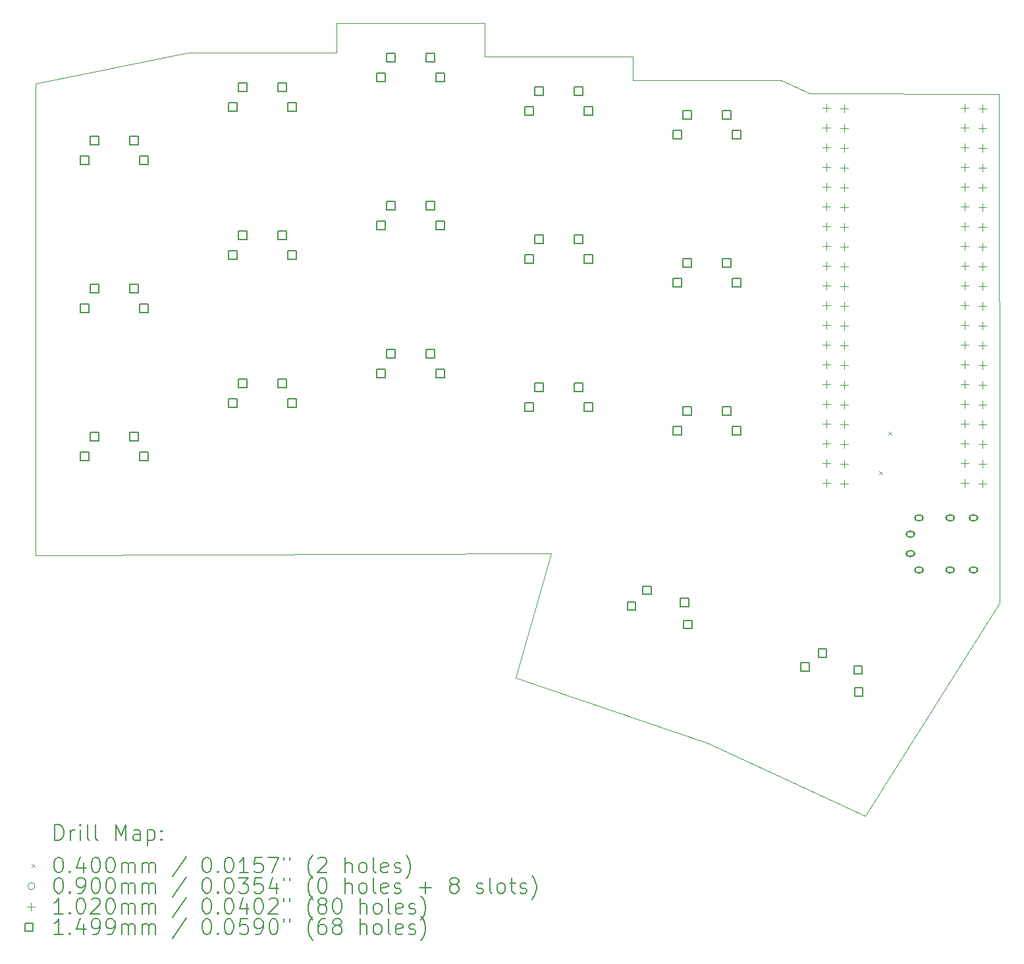
<source format=gbr>
%FSLAX45Y45*%
G04 Gerber Fmt 4.5, Leading zero omitted, Abs format (unit mm)*
G04 Created by KiCad (PCBNEW (6.0.4)) date 2022-11-15 10:20:31*
%MOMM*%
%LPD*%
G01*
G04 APERTURE LIST*
%TA.AperFunction,Profile*%
%ADD10C,0.100000*%
%TD*%
%ADD11C,0.200000*%
%ADD12C,0.040000*%
%ADD13C,0.090000*%
%ADD14C,0.102000*%
%ADD15C,0.149860*%
G04 APERTURE END LIST*
D10*
X12010894Y-13568238D02*
X14474694Y-14406438D01*
X11617094Y-5148238D02*
X9712094Y-5149238D01*
X9712094Y-5149238D02*
X9711094Y-5528238D01*
X18228094Y-6058238D02*
X18233894Y-11358438D01*
X11618094Y-5579238D02*
X11617094Y-5148238D01*
X15795494Y-6049838D02*
X15429094Y-5884238D01*
X18233894Y-12603038D02*
X18233894Y-11358438D01*
X13523094Y-5581238D02*
X11618094Y-5579238D01*
X9711094Y-5528238D02*
X7807094Y-5529238D01*
X13521094Y-5883238D02*
X13523094Y-5581238D01*
X14474694Y-14406438D02*
X16506694Y-15346238D01*
X16506694Y-15346238D02*
X18233894Y-12603038D01*
X7807094Y-5529238D02*
X5838694Y-5922838D01*
X5838694Y-11993438D02*
X12468094Y-11968038D01*
X5838694Y-5922838D02*
X5838694Y-11993438D01*
X15429094Y-5884238D02*
X13521094Y-5883238D01*
X12468094Y-11968038D02*
X12010894Y-13568238D01*
X15795494Y-6049838D02*
X18228094Y-6058238D01*
D11*
D12*
X16686643Y-10914689D02*
X16726643Y-10954689D01*
X16726643Y-10914689D02*
X16686643Y-10954689D01*
X16806545Y-10406689D02*
X16846545Y-10446689D01*
X16846545Y-10406689D02*
X16806545Y-10446689D01*
D13*
X17135344Y-11725238D02*
G75*
G03*
X17135344Y-11725238I-45000J0D01*
G01*
D11*
X17110344Y-11690238D02*
X17070344Y-11690238D01*
X17110344Y-11760238D02*
X17070344Y-11760238D01*
X17070344Y-11690238D02*
G75*
G03*
X17070344Y-11760238I0J-35000D01*
G01*
X17110344Y-11760238D02*
G75*
G03*
X17110344Y-11690238I0J35000D01*
G01*
D13*
X17135344Y-11975238D02*
G75*
G03*
X17135344Y-11975238I-45000J0D01*
G01*
D11*
X17110344Y-11940238D02*
X17070344Y-11940238D01*
X17110344Y-12010238D02*
X17070344Y-12010238D01*
X17070344Y-11940238D02*
G75*
G03*
X17070344Y-12010238I0J-35000D01*
G01*
X17110344Y-12010238D02*
G75*
G03*
X17110344Y-11940238I0J35000D01*
G01*
D13*
X17245344Y-11515238D02*
G75*
G03*
X17245344Y-11515238I-45000J0D01*
G01*
D11*
X17220344Y-11480238D02*
X17180344Y-11480238D01*
X17220344Y-11550238D02*
X17180344Y-11550238D01*
X17180344Y-11480238D02*
G75*
G03*
X17180344Y-11550238I0J-35000D01*
G01*
X17220344Y-11550238D02*
G75*
G03*
X17220344Y-11480238I0J35000D01*
G01*
D13*
X17245344Y-12185238D02*
G75*
G03*
X17245344Y-12185238I-45000J0D01*
G01*
D11*
X17220344Y-12150238D02*
X17180344Y-12150238D01*
X17220344Y-12220238D02*
X17180344Y-12220238D01*
X17180344Y-12150238D02*
G75*
G03*
X17180344Y-12220238I0J-35000D01*
G01*
X17220344Y-12220238D02*
G75*
G03*
X17220344Y-12150238I0J35000D01*
G01*
D13*
X17645344Y-11515238D02*
G75*
G03*
X17645344Y-11515238I-45000J0D01*
G01*
D11*
X17620344Y-11480238D02*
X17580344Y-11480238D01*
X17620344Y-11550238D02*
X17580344Y-11550238D01*
X17580344Y-11480238D02*
G75*
G03*
X17580344Y-11550238I0J-35000D01*
G01*
X17620344Y-11550238D02*
G75*
G03*
X17620344Y-11480238I0J35000D01*
G01*
D13*
X17645344Y-12185238D02*
G75*
G03*
X17645344Y-12185238I-45000J0D01*
G01*
D11*
X17620344Y-12150238D02*
X17580344Y-12150238D01*
X17620344Y-12220238D02*
X17580344Y-12220238D01*
X17580344Y-12150238D02*
G75*
G03*
X17580344Y-12220238I0J-35000D01*
G01*
X17620344Y-12220238D02*
G75*
G03*
X17620344Y-12150238I0J35000D01*
G01*
D13*
X17945344Y-11515238D02*
G75*
G03*
X17945344Y-11515238I-45000J0D01*
G01*
D11*
X17920344Y-11480238D02*
X17880344Y-11480238D01*
X17920344Y-11550238D02*
X17880344Y-11550238D01*
X17880344Y-11480238D02*
G75*
G03*
X17880344Y-11550238I0J-35000D01*
G01*
X17920344Y-11550238D02*
G75*
G03*
X17920344Y-11480238I0J35000D01*
G01*
D13*
X17945344Y-12185238D02*
G75*
G03*
X17945344Y-12185238I-45000J0D01*
G01*
D11*
X17920344Y-12150238D02*
X17880344Y-12150238D01*
X17920344Y-12220238D02*
X17880344Y-12220238D01*
X17880344Y-12150238D02*
G75*
G03*
X17880344Y-12220238I0J-35000D01*
G01*
X17920344Y-12220238D02*
G75*
G03*
X17920344Y-12150238I0J35000D01*
G01*
D14*
X16009094Y-6190588D02*
X16009094Y-6292588D01*
X15958094Y-6241588D02*
X16060094Y-6241588D01*
X16009094Y-6444588D02*
X16009094Y-6546588D01*
X15958094Y-6495588D02*
X16060094Y-6495588D01*
X16009094Y-6698588D02*
X16009094Y-6800588D01*
X15958094Y-6749588D02*
X16060094Y-6749588D01*
X16009094Y-6952588D02*
X16009094Y-7054588D01*
X15958094Y-7003588D02*
X16060094Y-7003588D01*
X16009094Y-7206588D02*
X16009094Y-7308588D01*
X15958094Y-7257588D02*
X16060094Y-7257588D01*
X16009094Y-7460588D02*
X16009094Y-7562588D01*
X15958094Y-7511588D02*
X16060094Y-7511588D01*
X16009094Y-7714588D02*
X16009094Y-7816588D01*
X15958094Y-7765588D02*
X16060094Y-7765588D01*
X16009094Y-7968588D02*
X16009094Y-8070588D01*
X15958094Y-8019588D02*
X16060094Y-8019588D01*
X16009094Y-8222588D02*
X16009094Y-8324588D01*
X15958094Y-8273588D02*
X16060094Y-8273588D01*
X16009094Y-8476588D02*
X16009094Y-8578588D01*
X15958094Y-8527588D02*
X16060094Y-8527588D01*
X16009094Y-8730588D02*
X16009094Y-8832588D01*
X15958094Y-8781588D02*
X16060094Y-8781588D01*
X16009094Y-8984588D02*
X16009094Y-9086588D01*
X15958094Y-9035588D02*
X16060094Y-9035588D01*
X16009094Y-9238588D02*
X16009094Y-9340588D01*
X15958094Y-9289588D02*
X16060094Y-9289588D01*
X16009094Y-9492588D02*
X16009094Y-9594588D01*
X15958094Y-9543588D02*
X16060094Y-9543588D01*
X16009094Y-9746588D02*
X16009094Y-9848588D01*
X15958094Y-9797588D02*
X16060094Y-9797588D01*
X16009094Y-10000588D02*
X16009094Y-10102588D01*
X15958094Y-10051588D02*
X16060094Y-10051588D01*
X16009094Y-10254588D02*
X16009094Y-10356588D01*
X15958094Y-10305588D02*
X16060094Y-10305588D01*
X16009094Y-10508588D02*
X16009094Y-10610588D01*
X15958094Y-10559588D02*
X16060094Y-10559588D01*
X16009094Y-10762588D02*
X16009094Y-10864588D01*
X15958094Y-10813588D02*
X16060094Y-10813588D01*
X16009094Y-11016588D02*
X16009094Y-11118588D01*
X15958094Y-11067588D02*
X16060094Y-11067588D01*
X16239094Y-6194238D02*
X16239094Y-6296238D01*
X16188094Y-6245238D02*
X16290094Y-6245238D01*
X16239094Y-6448238D02*
X16239094Y-6550238D01*
X16188094Y-6499238D02*
X16290094Y-6499238D01*
X16239094Y-6702238D02*
X16239094Y-6804238D01*
X16188094Y-6753238D02*
X16290094Y-6753238D01*
X16239094Y-6956238D02*
X16239094Y-7058238D01*
X16188094Y-7007238D02*
X16290094Y-7007238D01*
X16239094Y-7210238D02*
X16239094Y-7312238D01*
X16188094Y-7261238D02*
X16290094Y-7261238D01*
X16239094Y-7464238D02*
X16239094Y-7566238D01*
X16188094Y-7515238D02*
X16290094Y-7515238D01*
X16239094Y-7718238D02*
X16239094Y-7820238D01*
X16188094Y-7769238D02*
X16290094Y-7769238D01*
X16239094Y-7972238D02*
X16239094Y-8074238D01*
X16188094Y-8023238D02*
X16290094Y-8023238D01*
X16239094Y-8226238D02*
X16239094Y-8328238D01*
X16188094Y-8277238D02*
X16290094Y-8277238D01*
X16239094Y-8480238D02*
X16239094Y-8582238D01*
X16188094Y-8531238D02*
X16290094Y-8531238D01*
X16239094Y-8734238D02*
X16239094Y-8836238D01*
X16188094Y-8785238D02*
X16290094Y-8785238D01*
X16239094Y-8988238D02*
X16239094Y-9090238D01*
X16188094Y-9039238D02*
X16290094Y-9039238D01*
X16239094Y-9242238D02*
X16239094Y-9344238D01*
X16188094Y-9293238D02*
X16290094Y-9293238D01*
X16239094Y-9496238D02*
X16239094Y-9598238D01*
X16188094Y-9547238D02*
X16290094Y-9547238D01*
X16239094Y-9750238D02*
X16239094Y-9852238D01*
X16188094Y-9801238D02*
X16290094Y-9801238D01*
X16239094Y-10004238D02*
X16239094Y-10106238D01*
X16188094Y-10055238D02*
X16290094Y-10055238D01*
X16239094Y-10258238D02*
X16239094Y-10360238D01*
X16188094Y-10309238D02*
X16290094Y-10309238D01*
X16239094Y-10512238D02*
X16239094Y-10614238D01*
X16188094Y-10563238D02*
X16290094Y-10563238D01*
X16239094Y-10766238D02*
X16239094Y-10868238D01*
X16188094Y-10817238D02*
X16290094Y-10817238D01*
X16239094Y-11020238D02*
X16239094Y-11122238D01*
X16188094Y-11071238D02*
X16290094Y-11071238D01*
X17787094Y-6190588D02*
X17787094Y-6292588D01*
X17736094Y-6241588D02*
X17838094Y-6241588D01*
X17787094Y-6444588D02*
X17787094Y-6546588D01*
X17736094Y-6495588D02*
X17838094Y-6495588D01*
X17787094Y-6698588D02*
X17787094Y-6800588D01*
X17736094Y-6749588D02*
X17838094Y-6749588D01*
X17787094Y-6952588D02*
X17787094Y-7054588D01*
X17736094Y-7003588D02*
X17838094Y-7003588D01*
X17787094Y-7206588D02*
X17787094Y-7308588D01*
X17736094Y-7257588D02*
X17838094Y-7257588D01*
X17787094Y-7460588D02*
X17787094Y-7562588D01*
X17736094Y-7511588D02*
X17838094Y-7511588D01*
X17787094Y-7714588D02*
X17787094Y-7816588D01*
X17736094Y-7765588D02*
X17838094Y-7765588D01*
X17787094Y-7968588D02*
X17787094Y-8070588D01*
X17736094Y-8019588D02*
X17838094Y-8019588D01*
X17787094Y-8222588D02*
X17787094Y-8324588D01*
X17736094Y-8273588D02*
X17838094Y-8273588D01*
X17787094Y-8476588D02*
X17787094Y-8578588D01*
X17736094Y-8527588D02*
X17838094Y-8527588D01*
X17787094Y-8730588D02*
X17787094Y-8832588D01*
X17736094Y-8781588D02*
X17838094Y-8781588D01*
X17787094Y-8984588D02*
X17787094Y-9086588D01*
X17736094Y-9035588D02*
X17838094Y-9035588D01*
X17787094Y-9238588D02*
X17787094Y-9340588D01*
X17736094Y-9289588D02*
X17838094Y-9289588D01*
X17787094Y-9492588D02*
X17787094Y-9594588D01*
X17736094Y-9543588D02*
X17838094Y-9543588D01*
X17787094Y-9746588D02*
X17787094Y-9848588D01*
X17736094Y-9797588D02*
X17838094Y-9797588D01*
X17787094Y-10000588D02*
X17787094Y-10102588D01*
X17736094Y-10051588D02*
X17838094Y-10051588D01*
X17787094Y-10254588D02*
X17787094Y-10356588D01*
X17736094Y-10305588D02*
X17838094Y-10305588D01*
X17787094Y-10508588D02*
X17787094Y-10610588D01*
X17736094Y-10559588D02*
X17838094Y-10559588D01*
X17787094Y-10762588D02*
X17787094Y-10864588D01*
X17736094Y-10813588D02*
X17838094Y-10813588D01*
X17787094Y-11016588D02*
X17787094Y-11118588D01*
X17736094Y-11067588D02*
X17838094Y-11067588D01*
X18017094Y-6194238D02*
X18017094Y-6296238D01*
X17966094Y-6245238D02*
X18068094Y-6245238D01*
X18017094Y-6448238D02*
X18017094Y-6550238D01*
X17966094Y-6499238D02*
X18068094Y-6499238D01*
X18017094Y-6702238D02*
X18017094Y-6804238D01*
X17966094Y-6753238D02*
X18068094Y-6753238D01*
X18017094Y-6956238D02*
X18017094Y-7058238D01*
X17966094Y-7007238D02*
X18068094Y-7007238D01*
X18017094Y-7210238D02*
X18017094Y-7312238D01*
X17966094Y-7261238D02*
X18068094Y-7261238D01*
X18017094Y-7464238D02*
X18017094Y-7566238D01*
X17966094Y-7515238D02*
X18068094Y-7515238D01*
X18017094Y-7718238D02*
X18017094Y-7820238D01*
X17966094Y-7769238D02*
X18068094Y-7769238D01*
X18017094Y-7972238D02*
X18017094Y-8074238D01*
X17966094Y-8023238D02*
X18068094Y-8023238D01*
X18017094Y-8226238D02*
X18017094Y-8328238D01*
X17966094Y-8277238D02*
X18068094Y-8277238D01*
X18017094Y-8480238D02*
X18017094Y-8582238D01*
X17966094Y-8531238D02*
X18068094Y-8531238D01*
X18017094Y-8734238D02*
X18017094Y-8836238D01*
X17966094Y-8785238D02*
X18068094Y-8785238D01*
X18017094Y-8988238D02*
X18017094Y-9090238D01*
X17966094Y-9039238D02*
X18068094Y-9039238D01*
X18017094Y-9242238D02*
X18017094Y-9344238D01*
X17966094Y-9293238D02*
X18068094Y-9293238D01*
X18017094Y-9496238D02*
X18017094Y-9598238D01*
X17966094Y-9547238D02*
X18068094Y-9547238D01*
X18017094Y-9750238D02*
X18017094Y-9852238D01*
X17966094Y-9801238D02*
X18068094Y-9801238D01*
X18017094Y-10004238D02*
X18017094Y-10106238D01*
X17966094Y-10055238D02*
X18068094Y-10055238D01*
X18017094Y-10258238D02*
X18017094Y-10360238D01*
X17966094Y-10309238D02*
X18068094Y-10309238D01*
X18017094Y-10512238D02*
X18017094Y-10614238D01*
X17966094Y-10563238D02*
X18068094Y-10563238D01*
X18017094Y-10766238D02*
X18017094Y-10868238D01*
X17966094Y-10817238D02*
X18068094Y-10817238D01*
X18017094Y-11020238D02*
X18017094Y-11122238D01*
X17966094Y-11071238D02*
X18068094Y-11071238D01*
D15*
X6526678Y-6966422D02*
X6526678Y-6860454D01*
X6420710Y-6860454D01*
X6420710Y-6966422D01*
X6526678Y-6966422D01*
X6526678Y-8871422D02*
X6526678Y-8765454D01*
X6420710Y-8765454D01*
X6420710Y-8871422D01*
X6526678Y-8871422D01*
X6526678Y-10776422D02*
X6526678Y-10670454D01*
X6420710Y-10670454D01*
X6420710Y-10776422D01*
X6526678Y-10776422D01*
X6653678Y-6712422D02*
X6653678Y-6606454D01*
X6547710Y-6606454D01*
X6547710Y-6712422D01*
X6653678Y-6712422D01*
X6653678Y-8617422D02*
X6653678Y-8511454D01*
X6547710Y-8511454D01*
X6547710Y-8617422D01*
X6653678Y-8617422D01*
X6653678Y-10522422D02*
X6653678Y-10416454D01*
X6547710Y-10416454D01*
X6547710Y-10522422D01*
X6653678Y-10522422D01*
X7161678Y-6712422D02*
X7161678Y-6606454D01*
X7055710Y-6606454D01*
X7055710Y-6712422D01*
X7161678Y-6712422D01*
X7161678Y-8617422D02*
X7161678Y-8511454D01*
X7055710Y-8511454D01*
X7055710Y-8617422D01*
X7161678Y-8617422D01*
X7161678Y-10522422D02*
X7161678Y-10416454D01*
X7055710Y-10416454D01*
X7055710Y-10522422D01*
X7161678Y-10522422D01*
X7288678Y-6966422D02*
X7288678Y-6860454D01*
X7182710Y-6860454D01*
X7182710Y-6966422D01*
X7288678Y-6966422D01*
X7288678Y-8871422D02*
X7288678Y-8765454D01*
X7182710Y-8765454D01*
X7182710Y-8871422D01*
X7288678Y-8871422D01*
X7288678Y-10776422D02*
X7288678Y-10670454D01*
X7182710Y-10670454D01*
X7182710Y-10776422D01*
X7288678Y-10776422D01*
X8431678Y-6280622D02*
X8431678Y-6174654D01*
X8325710Y-6174654D01*
X8325710Y-6280622D01*
X8431678Y-6280622D01*
X8431678Y-8185622D02*
X8431678Y-8079654D01*
X8325710Y-8079654D01*
X8325710Y-8185622D01*
X8431678Y-8185622D01*
X8431678Y-10090622D02*
X8431678Y-9984654D01*
X8325710Y-9984654D01*
X8325710Y-10090622D01*
X8431678Y-10090622D01*
X8558678Y-6026622D02*
X8558678Y-5920654D01*
X8452710Y-5920654D01*
X8452710Y-6026622D01*
X8558678Y-6026622D01*
X8558678Y-7931622D02*
X8558678Y-7825654D01*
X8452710Y-7825654D01*
X8452710Y-7931622D01*
X8558678Y-7931622D01*
X8558678Y-9836622D02*
X8558678Y-9730654D01*
X8452710Y-9730654D01*
X8452710Y-9836622D01*
X8558678Y-9836622D01*
X9066678Y-6026622D02*
X9066678Y-5920654D01*
X8960710Y-5920654D01*
X8960710Y-6026622D01*
X9066678Y-6026622D01*
X9066678Y-7931622D02*
X9066678Y-7825654D01*
X8960710Y-7825654D01*
X8960710Y-7931622D01*
X9066678Y-7931622D01*
X9066678Y-9836622D02*
X9066678Y-9730654D01*
X8960710Y-9730654D01*
X8960710Y-9836622D01*
X9066678Y-9836622D01*
X9193678Y-6280622D02*
X9193678Y-6174654D01*
X9087710Y-6174654D01*
X9087710Y-6280622D01*
X9193678Y-6280622D01*
X9193678Y-8185622D02*
X9193678Y-8079654D01*
X9087710Y-8079654D01*
X9087710Y-8185622D01*
X9193678Y-8185622D01*
X9193678Y-10090622D02*
X9193678Y-9984654D01*
X9087710Y-9984654D01*
X9087710Y-10090622D01*
X9193678Y-10090622D01*
X10336678Y-5899622D02*
X10336678Y-5793654D01*
X10230710Y-5793654D01*
X10230710Y-5899622D01*
X10336678Y-5899622D01*
X10336678Y-7804622D02*
X10336678Y-7698654D01*
X10230710Y-7698654D01*
X10230710Y-7804622D01*
X10336678Y-7804622D01*
X10336678Y-9709622D02*
X10336678Y-9603654D01*
X10230710Y-9603654D01*
X10230710Y-9709622D01*
X10336678Y-9709622D01*
X10463678Y-5645622D02*
X10463678Y-5539654D01*
X10357710Y-5539654D01*
X10357710Y-5645622D01*
X10463678Y-5645622D01*
X10463678Y-7550622D02*
X10463678Y-7444654D01*
X10357710Y-7444654D01*
X10357710Y-7550622D01*
X10463678Y-7550622D01*
X10463678Y-9455622D02*
X10463678Y-9349654D01*
X10357710Y-9349654D01*
X10357710Y-9455622D01*
X10463678Y-9455622D01*
X10971678Y-5645622D02*
X10971678Y-5539654D01*
X10865710Y-5539654D01*
X10865710Y-5645622D01*
X10971678Y-5645622D01*
X10971678Y-7550622D02*
X10971678Y-7444654D01*
X10865710Y-7444654D01*
X10865710Y-7550622D01*
X10971678Y-7550622D01*
X10971678Y-9455622D02*
X10971678Y-9349654D01*
X10865710Y-9349654D01*
X10865710Y-9455622D01*
X10971678Y-9455622D01*
X11098678Y-5899622D02*
X11098678Y-5793654D01*
X10992710Y-5793654D01*
X10992710Y-5899622D01*
X11098678Y-5899622D01*
X11098678Y-7804622D02*
X11098678Y-7698654D01*
X10992710Y-7698654D01*
X10992710Y-7804622D01*
X11098678Y-7804622D01*
X11098678Y-9709622D02*
X11098678Y-9603654D01*
X10992710Y-9603654D01*
X10992710Y-9709622D01*
X11098678Y-9709622D01*
X12241678Y-6331422D02*
X12241678Y-6225454D01*
X12135710Y-6225454D01*
X12135710Y-6331422D01*
X12241678Y-6331422D01*
X12241678Y-8236422D02*
X12241678Y-8130454D01*
X12135710Y-8130454D01*
X12135710Y-8236422D01*
X12241678Y-8236422D01*
X12241678Y-10141422D02*
X12241678Y-10035454D01*
X12135710Y-10035454D01*
X12135710Y-10141422D01*
X12241678Y-10141422D01*
X12368678Y-6077422D02*
X12368678Y-5971454D01*
X12262710Y-5971454D01*
X12262710Y-6077422D01*
X12368678Y-6077422D01*
X12368678Y-7982422D02*
X12368678Y-7876454D01*
X12262710Y-7876454D01*
X12262710Y-7982422D01*
X12368678Y-7982422D01*
X12368678Y-9887422D02*
X12368678Y-9781454D01*
X12262710Y-9781454D01*
X12262710Y-9887422D01*
X12368678Y-9887422D01*
X12876678Y-6077422D02*
X12876678Y-5971454D01*
X12770710Y-5971454D01*
X12770710Y-6077422D01*
X12876678Y-6077422D01*
X12876678Y-7982422D02*
X12876678Y-7876454D01*
X12770710Y-7876454D01*
X12770710Y-7982422D01*
X12876678Y-7982422D01*
X12876678Y-9887422D02*
X12876678Y-9781454D01*
X12770710Y-9781454D01*
X12770710Y-9887422D01*
X12876678Y-9887422D01*
X13003678Y-6331422D02*
X13003678Y-6225454D01*
X12897710Y-6225454D01*
X12897710Y-6331422D01*
X13003678Y-6331422D01*
X13003678Y-8236422D02*
X13003678Y-8130454D01*
X12897710Y-8130454D01*
X12897710Y-8236422D01*
X13003678Y-8236422D01*
X13003678Y-10141422D02*
X13003678Y-10035454D01*
X12897710Y-10035454D01*
X12897710Y-10141422D01*
X13003678Y-10141422D01*
X13558016Y-12703118D02*
X13558016Y-12597150D01*
X13452048Y-12597150D01*
X13452048Y-12703118D01*
X13558016Y-12703118D01*
X13757291Y-12500795D02*
X13757291Y-12394827D01*
X13651323Y-12394827D01*
X13651323Y-12500795D01*
X13757291Y-12500795D01*
X14146678Y-6636222D02*
X14146678Y-6530254D01*
X14040710Y-6530254D01*
X14040710Y-6636222D01*
X14146678Y-6636222D01*
X14146678Y-8541222D02*
X14146678Y-8435254D01*
X14040710Y-8435254D01*
X14040710Y-8541222D01*
X14146678Y-8541222D01*
X14146678Y-10446222D02*
X14146678Y-10340254D01*
X14040710Y-10340254D01*
X14040710Y-10446222D01*
X14146678Y-10446222D01*
X14240427Y-12657775D02*
X14240427Y-12551807D01*
X14134459Y-12551807D01*
X14134459Y-12657775D01*
X14240427Y-12657775D01*
X14273678Y-6382222D02*
X14273678Y-6276254D01*
X14167710Y-6276254D01*
X14167710Y-6382222D01*
X14273678Y-6382222D01*
X14273678Y-8287222D02*
X14273678Y-8181254D01*
X14167710Y-8181254D01*
X14167710Y-8287222D01*
X14273678Y-8287222D01*
X14273678Y-10192222D02*
X14273678Y-10086254D01*
X14167710Y-10086254D01*
X14167710Y-10192222D01*
X14273678Y-10192222D01*
X14282721Y-12938589D02*
X14282721Y-12832621D01*
X14176753Y-12832621D01*
X14176753Y-12938589D01*
X14282721Y-12938589D01*
X14781678Y-6382222D02*
X14781678Y-6276254D01*
X14675710Y-6276254D01*
X14675710Y-6382222D01*
X14781678Y-6382222D01*
X14781678Y-8287222D02*
X14781678Y-8181254D01*
X14675710Y-8181254D01*
X14675710Y-8287222D01*
X14781678Y-8287222D01*
X14781678Y-10192222D02*
X14781678Y-10086254D01*
X14675710Y-10086254D01*
X14675710Y-10192222D01*
X14781678Y-10192222D01*
X14908678Y-6636222D02*
X14908678Y-6530254D01*
X14802710Y-6530254D01*
X14802710Y-6636222D01*
X14908678Y-6636222D01*
X14908678Y-8541222D02*
X14908678Y-8435254D01*
X14802710Y-8435254D01*
X14802710Y-8541222D01*
X14908678Y-8541222D01*
X14908678Y-10446222D02*
X14908678Y-10340254D01*
X14802710Y-10340254D01*
X14802710Y-10446222D01*
X14908678Y-10446222D01*
X15788320Y-13484002D02*
X15788320Y-13378034D01*
X15682352Y-13378034D01*
X15682352Y-13484002D01*
X15788320Y-13484002D01*
X16010766Y-13307472D02*
X16010766Y-13201504D01*
X15904798Y-13201504D01*
X15904798Y-13307472D01*
X16010766Y-13307472D01*
X16471171Y-13522163D02*
X16471171Y-13416195D01*
X16365203Y-13416195D01*
X16365203Y-13522163D01*
X16471171Y-13522163D01*
X16478927Y-13806037D02*
X16478927Y-13700069D01*
X16372959Y-13700069D01*
X16372959Y-13806037D01*
X16478927Y-13806037D01*
D11*
X6091313Y-15661714D02*
X6091313Y-15461714D01*
X6138932Y-15461714D01*
X6167504Y-15471238D01*
X6186551Y-15490285D01*
X6196075Y-15509333D01*
X6205599Y-15547428D01*
X6205599Y-15576000D01*
X6196075Y-15614095D01*
X6186551Y-15633143D01*
X6167504Y-15652190D01*
X6138932Y-15661714D01*
X6091313Y-15661714D01*
X6291313Y-15661714D02*
X6291313Y-15528381D01*
X6291313Y-15566476D02*
X6300837Y-15547428D01*
X6310361Y-15537904D01*
X6329408Y-15528381D01*
X6348456Y-15528381D01*
X6415123Y-15661714D02*
X6415123Y-15528381D01*
X6415123Y-15461714D02*
X6405599Y-15471238D01*
X6415123Y-15480762D01*
X6424647Y-15471238D01*
X6415123Y-15461714D01*
X6415123Y-15480762D01*
X6538932Y-15661714D02*
X6519885Y-15652190D01*
X6510361Y-15633143D01*
X6510361Y-15461714D01*
X6643694Y-15661714D02*
X6624647Y-15652190D01*
X6615123Y-15633143D01*
X6615123Y-15461714D01*
X6872266Y-15661714D02*
X6872266Y-15461714D01*
X6938932Y-15604571D01*
X7005599Y-15461714D01*
X7005599Y-15661714D01*
X7186551Y-15661714D02*
X7186551Y-15556952D01*
X7177028Y-15537904D01*
X7157980Y-15528381D01*
X7119885Y-15528381D01*
X7100837Y-15537904D01*
X7186551Y-15652190D02*
X7167504Y-15661714D01*
X7119885Y-15661714D01*
X7100837Y-15652190D01*
X7091313Y-15633143D01*
X7091313Y-15614095D01*
X7100837Y-15595047D01*
X7119885Y-15585524D01*
X7167504Y-15585524D01*
X7186551Y-15576000D01*
X7281789Y-15528381D02*
X7281789Y-15728381D01*
X7281789Y-15537904D02*
X7300837Y-15528381D01*
X7338932Y-15528381D01*
X7357980Y-15537904D01*
X7367504Y-15547428D01*
X7377028Y-15566476D01*
X7377028Y-15623619D01*
X7367504Y-15642666D01*
X7357980Y-15652190D01*
X7338932Y-15661714D01*
X7300837Y-15661714D01*
X7281789Y-15652190D01*
X7462742Y-15642666D02*
X7472266Y-15652190D01*
X7462742Y-15661714D01*
X7453218Y-15652190D01*
X7462742Y-15642666D01*
X7462742Y-15661714D01*
X7462742Y-15537904D02*
X7472266Y-15547428D01*
X7462742Y-15556952D01*
X7453218Y-15547428D01*
X7462742Y-15537904D01*
X7462742Y-15556952D01*
D12*
X5793694Y-15971238D02*
X5833694Y-16011238D01*
X5833694Y-15971238D02*
X5793694Y-16011238D01*
D11*
X6129408Y-15881714D02*
X6148456Y-15881714D01*
X6167504Y-15891238D01*
X6177028Y-15900762D01*
X6186551Y-15919809D01*
X6196075Y-15957904D01*
X6196075Y-16005524D01*
X6186551Y-16043619D01*
X6177028Y-16062666D01*
X6167504Y-16072190D01*
X6148456Y-16081714D01*
X6129408Y-16081714D01*
X6110361Y-16072190D01*
X6100837Y-16062666D01*
X6091313Y-16043619D01*
X6081789Y-16005524D01*
X6081789Y-15957904D01*
X6091313Y-15919809D01*
X6100837Y-15900762D01*
X6110361Y-15891238D01*
X6129408Y-15881714D01*
X6281789Y-16062666D02*
X6291313Y-16072190D01*
X6281789Y-16081714D01*
X6272266Y-16072190D01*
X6281789Y-16062666D01*
X6281789Y-16081714D01*
X6462742Y-15948381D02*
X6462742Y-16081714D01*
X6415123Y-15872190D02*
X6367504Y-16015047D01*
X6491313Y-16015047D01*
X6605599Y-15881714D02*
X6624647Y-15881714D01*
X6643694Y-15891238D01*
X6653218Y-15900762D01*
X6662742Y-15919809D01*
X6672266Y-15957904D01*
X6672266Y-16005524D01*
X6662742Y-16043619D01*
X6653218Y-16062666D01*
X6643694Y-16072190D01*
X6624647Y-16081714D01*
X6605599Y-16081714D01*
X6586551Y-16072190D01*
X6577028Y-16062666D01*
X6567504Y-16043619D01*
X6557980Y-16005524D01*
X6557980Y-15957904D01*
X6567504Y-15919809D01*
X6577028Y-15900762D01*
X6586551Y-15891238D01*
X6605599Y-15881714D01*
X6796075Y-15881714D02*
X6815123Y-15881714D01*
X6834170Y-15891238D01*
X6843694Y-15900762D01*
X6853218Y-15919809D01*
X6862742Y-15957904D01*
X6862742Y-16005524D01*
X6853218Y-16043619D01*
X6843694Y-16062666D01*
X6834170Y-16072190D01*
X6815123Y-16081714D01*
X6796075Y-16081714D01*
X6777028Y-16072190D01*
X6767504Y-16062666D01*
X6757980Y-16043619D01*
X6748456Y-16005524D01*
X6748456Y-15957904D01*
X6757980Y-15919809D01*
X6767504Y-15900762D01*
X6777028Y-15891238D01*
X6796075Y-15881714D01*
X6948456Y-16081714D02*
X6948456Y-15948381D01*
X6948456Y-15967428D02*
X6957980Y-15957904D01*
X6977028Y-15948381D01*
X7005599Y-15948381D01*
X7024647Y-15957904D01*
X7034170Y-15976952D01*
X7034170Y-16081714D01*
X7034170Y-15976952D02*
X7043694Y-15957904D01*
X7062742Y-15948381D01*
X7091313Y-15948381D01*
X7110361Y-15957904D01*
X7119885Y-15976952D01*
X7119885Y-16081714D01*
X7215123Y-16081714D02*
X7215123Y-15948381D01*
X7215123Y-15967428D02*
X7224647Y-15957904D01*
X7243694Y-15948381D01*
X7272266Y-15948381D01*
X7291313Y-15957904D01*
X7300837Y-15976952D01*
X7300837Y-16081714D01*
X7300837Y-15976952D02*
X7310361Y-15957904D01*
X7329408Y-15948381D01*
X7357980Y-15948381D01*
X7377028Y-15957904D01*
X7386551Y-15976952D01*
X7386551Y-16081714D01*
X7777028Y-15872190D02*
X7605599Y-16129333D01*
X8034170Y-15881714D02*
X8053218Y-15881714D01*
X8072266Y-15891238D01*
X8081789Y-15900762D01*
X8091313Y-15919809D01*
X8100837Y-15957904D01*
X8100837Y-16005524D01*
X8091313Y-16043619D01*
X8081789Y-16062666D01*
X8072266Y-16072190D01*
X8053218Y-16081714D01*
X8034170Y-16081714D01*
X8015123Y-16072190D01*
X8005599Y-16062666D01*
X7996075Y-16043619D01*
X7986551Y-16005524D01*
X7986551Y-15957904D01*
X7996075Y-15919809D01*
X8005599Y-15900762D01*
X8015123Y-15891238D01*
X8034170Y-15881714D01*
X8186551Y-16062666D02*
X8196075Y-16072190D01*
X8186551Y-16081714D01*
X8177028Y-16072190D01*
X8186551Y-16062666D01*
X8186551Y-16081714D01*
X8319885Y-15881714D02*
X8338932Y-15881714D01*
X8357980Y-15891238D01*
X8367504Y-15900762D01*
X8377028Y-15919809D01*
X8386551Y-15957904D01*
X8386551Y-16005524D01*
X8377028Y-16043619D01*
X8367504Y-16062666D01*
X8357980Y-16072190D01*
X8338932Y-16081714D01*
X8319885Y-16081714D01*
X8300837Y-16072190D01*
X8291313Y-16062666D01*
X8281789Y-16043619D01*
X8272266Y-16005524D01*
X8272266Y-15957904D01*
X8281789Y-15919809D01*
X8291313Y-15900762D01*
X8300837Y-15891238D01*
X8319885Y-15881714D01*
X8577028Y-16081714D02*
X8462742Y-16081714D01*
X8519885Y-16081714D02*
X8519885Y-15881714D01*
X8500837Y-15910285D01*
X8481790Y-15929333D01*
X8462742Y-15938857D01*
X8757980Y-15881714D02*
X8662742Y-15881714D01*
X8653218Y-15976952D01*
X8662742Y-15967428D01*
X8681790Y-15957904D01*
X8729409Y-15957904D01*
X8748456Y-15967428D01*
X8757980Y-15976952D01*
X8767504Y-15996000D01*
X8767504Y-16043619D01*
X8757980Y-16062666D01*
X8748456Y-16072190D01*
X8729409Y-16081714D01*
X8681790Y-16081714D01*
X8662742Y-16072190D01*
X8653218Y-16062666D01*
X8834170Y-15881714D02*
X8967504Y-15881714D01*
X8881790Y-16081714D01*
X9034170Y-15881714D02*
X9034170Y-15919809D01*
X9110361Y-15881714D02*
X9110361Y-15919809D01*
X9405599Y-16157904D02*
X9396075Y-16148381D01*
X9377028Y-16119809D01*
X9367504Y-16100762D01*
X9357980Y-16072190D01*
X9348456Y-16024571D01*
X9348456Y-15986476D01*
X9357980Y-15938857D01*
X9367504Y-15910285D01*
X9377028Y-15891238D01*
X9396075Y-15862666D01*
X9405599Y-15853143D01*
X9472266Y-15900762D02*
X9481790Y-15891238D01*
X9500837Y-15881714D01*
X9548456Y-15881714D01*
X9567504Y-15891238D01*
X9577028Y-15900762D01*
X9586551Y-15919809D01*
X9586551Y-15938857D01*
X9577028Y-15967428D01*
X9462742Y-16081714D01*
X9586551Y-16081714D01*
X9824647Y-16081714D02*
X9824647Y-15881714D01*
X9910361Y-16081714D02*
X9910361Y-15976952D01*
X9900837Y-15957904D01*
X9881790Y-15948381D01*
X9853218Y-15948381D01*
X9834170Y-15957904D01*
X9824647Y-15967428D01*
X10034170Y-16081714D02*
X10015123Y-16072190D01*
X10005599Y-16062666D01*
X9996075Y-16043619D01*
X9996075Y-15986476D01*
X10005599Y-15967428D01*
X10015123Y-15957904D01*
X10034170Y-15948381D01*
X10062742Y-15948381D01*
X10081790Y-15957904D01*
X10091313Y-15967428D01*
X10100837Y-15986476D01*
X10100837Y-16043619D01*
X10091313Y-16062666D01*
X10081790Y-16072190D01*
X10062742Y-16081714D01*
X10034170Y-16081714D01*
X10215123Y-16081714D02*
X10196075Y-16072190D01*
X10186551Y-16053143D01*
X10186551Y-15881714D01*
X10367504Y-16072190D02*
X10348456Y-16081714D01*
X10310361Y-16081714D01*
X10291313Y-16072190D01*
X10281790Y-16053143D01*
X10281790Y-15976952D01*
X10291313Y-15957904D01*
X10310361Y-15948381D01*
X10348456Y-15948381D01*
X10367504Y-15957904D01*
X10377028Y-15976952D01*
X10377028Y-15996000D01*
X10281790Y-16015047D01*
X10453218Y-16072190D02*
X10472266Y-16081714D01*
X10510361Y-16081714D01*
X10529409Y-16072190D01*
X10538932Y-16053143D01*
X10538932Y-16043619D01*
X10529409Y-16024571D01*
X10510361Y-16015047D01*
X10481790Y-16015047D01*
X10462742Y-16005524D01*
X10453218Y-15986476D01*
X10453218Y-15976952D01*
X10462742Y-15957904D01*
X10481790Y-15948381D01*
X10510361Y-15948381D01*
X10529409Y-15957904D01*
X10605599Y-16157904D02*
X10615123Y-16148381D01*
X10634170Y-16119809D01*
X10643694Y-16100762D01*
X10653218Y-16072190D01*
X10662742Y-16024571D01*
X10662742Y-15986476D01*
X10653218Y-15938857D01*
X10643694Y-15910285D01*
X10634170Y-15891238D01*
X10615123Y-15862666D01*
X10605599Y-15853143D01*
D13*
X5833694Y-16255238D02*
G75*
G03*
X5833694Y-16255238I-45000J0D01*
G01*
D11*
X6129408Y-16145714D02*
X6148456Y-16145714D01*
X6167504Y-16155238D01*
X6177028Y-16164762D01*
X6186551Y-16183809D01*
X6196075Y-16221904D01*
X6196075Y-16269524D01*
X6186551Y-16307619D01*
X6177028Y-16326666D01*
X6167504Y-16336190D01*
X6148456Y-16345714D01*
X6129408Y-16345714D01*
X6110361Y-16336190D01*
X6100837Y-16326666D01*
X6091313Y-16307619D01*
X6081789Y-16269524D01*
X6081789Y-16221904D01*
X6091313Y-16183809D01*
X6100837Y-16164762D01*
X6110361Y-16155238D01*
X6129408Y-16145714D01*
X6281789Y-16326666D02*
X6291313Y-16336190D01*
X6281789Y-16345714D01*
X6272266Y-16336190D01*
X6281789Y-16326666D01*
X6281789Y-16345714D01*
X6386551Y-16345714D02*
X6424647Y-16345714D01*
X6443694Y-16336190D01*
X6453218Y-16326666D01*
X6472266Y-16298095D01*
X6481789Y-16260000D01*
X6481789Y-16183809D01*
X6472266Y-16164762D01*
X6462742Y-16155238D01*
X6443694Y-16145714D01*
X6405599Y-16145714D01*
X6386551Y-16155238D01*
X6377028Y-16164762D01*
X6367504Y-16183809D01*
X6367504Y-16231428D01*
X6377028Y-16250476D01*
X6386551Y-16260000D01*
X6405599Y-16269524D01*
X6443694Y-16269524D01*
X6462742Y-16260000D01*
X6472266Y-16250476D01*
X6481789Y-16231428D01*
X6605599Y-16145714D02*
X6624647Y-16145714D01*
X6643694Y-16155238D01*
X6653218Y-16164762D01*
X6662742Y-16183809D01*
X6672266Y-16221904D01*
X6672266Y-16269524D01*
X6662742Y-16307619D01*
X6653218Y-16326666D01*
X6643694Y-16336190D01*
X6624647Y-16345714D01*
X6605599Y-16345714D01*
X6586551Y-16336190D01*
X6577028Y-16326666D01*
X6567504Y-16307619D01*
X6557980Y-16269524D01*
X6557980Y-16221904D01*
X6567504Y-16183809D01*
X6577028Y-16164762D01*
X6586551Y-16155238D01*
X6605599Y-16145714D01*
X6796075Y-16145714D02*
X6815123Y-16145714D01*
X6834170Y-16155238D01*
X6843694Y-16164762D01*
X6853218Y-16183809D01*
X6862742Y-16221904D01*
X6862742Y-16269524D01*
X6853218Y-16307619D01*
X6843694Y-16326666D01*
X6834170Y-16336190D01*
X6815123Y-16345714D01*
X6796075Y-16345714D01*
X6777028Y-16336190D01*
X6767504Y-16326666D01*
X6757980Y-16307619D01*
X6748456Y-16269524D01*
X6748456Y-16221904D01*
X6757980Y-16183809D01*
X6767504Y-16164762D01*
X6777028Y-16155238D01*
X6796075Y-16145714D01*
X6948456Y-16345714D02*
X6948456Y-16212381D01*
X6948456Y-16231428D02*
X6957980Y-16221904D01*
X6977028Y-16212381D01*
X7005599Y-16212381D01*
X7024647Y-16221904D01*
X7034170Y-16240952D01*
X7034170Y-16345714D01*
X7034170Y-16240952D02*
X7043694Y-16221904D01*
X7062742Y-16212381D01*
X7091313Y-16212381D01*
X7110361Y-16221904D01*
X7119885Y-16240952D01*
X7119885Y-16345714D01*
X7215123Y-16345714D02*
X7215123Y-16212381D01*
X7215123Y-16231428D02*
X7224647Y-16221904D01*
X7243694Y-16212381D01*
X7272266Y-16212381D01*
X7291313Y-16221904D01*
X7300837Y-16240952D01*
X7300837Y-16345714D01*
X7300837Y-16240952D02*
X7310361Y-16221904D01*
X7329408Y-16212381D01*
X7357980Y-16212381D01*
X7377028Y-16221904D01*
X7386551Y-16240952D01*
X7386551Y-16345714D01*
X7777028Y-16136190D02*
X7605599Y-16393333D01*
X8034170Y-16145714D02*
X8053218Y-16145714D01*
X8072266Y-16155238D01*
X8081789Y-16164762D01*
X8091313Y-16183809D01*
X8100837Y-16221904D01*
X8100837Y-16269524D01*
X8091313Y-16307619D01*
X8081789Y-16326666D01*
X8072266Y-16336190D01*
X8053218Y-16345714D01*
X8034170Y-16345714D01*
X8015123Y-16336190D01*
X8005599Y-16326666D01*
X7996075Y-16307619D01*
X7986551Y-16269524D01*
X7986551Y-16221904D01*
X7996075Y-16183809D01*
X8005599Y-16164762D01*
X8015123Y-16155238D01*
X8034170Y-16145714D01*
X8186551Y-16326666D02*
X8196075Y-16336190D01*
X8186551Y-16345714D01*
X8177028Y-16336190D01*
X8186551Y-16326666D01*
X8186551Y-16345714D01*
X8319885Y-16145714D02*
X8338932Y-16145714D01*
X8357980Y-16155238D01*
X8367504Y-16164762D01*
X8377028Y-16183809D01*
X8386551Y-16221904D01*
X8386551Y-16269524D01*
X8377028Y-16307619D01*
X8367504Y-16326666D01*
X8357980Y-16336190D01*
X8338932Y-16345714D01*
X8319885Y-16345714D01*
X8300837Y-16336190D01*
X8291313Y-16326666D01*
X8281789Y-16307619D01*
X8272266Y-16269524D01*
X8272266Y-16221904D01*
X8281789Y-16183809D01*
X8291313Y-16164762D01*
X8300837Y-16155238D01*
X8319885Y-16145714D01*
X8453218Y-16145714D02*
X8577028Y-16145714D01*
X8510361Y-16221904D01*
X8538932Y-16221904D01*
X8557980Y-16231428D01*
X8567504Y-16240952D01*
X8577028Y-16260000D01*
X8577028Y-16307619D01*
X8567504Y-16326666D01*
X8557980Y-16336190D01*
X8538932Y-16345714D01*
X8481790Y-16345714D01*
X8462742Y-16336190D01*
X8453218Y-16326666D01*
X8757980Y-16145714D02*
X8662742Y-16145714D01*
X8653218Y-16240952D01*
X8662742Y-16231428D01*
X8681790Y-16221904D01*
X8729409Y-16221904D01*
X8748456Y-16231428D01*
X8757980Y-16240952D01*
X8767504Y-16260000D01*
X8767504Y-16307619D01*
X8757980Y-16326666D01*
X8748456Y-16336190D01*
X8729409Y-16345714D01*
X8681790Y-16345714D01*
X8662742Y-16336190D01*
X8653218Y-16326666D01*
X8938932Y-16212381D02*
X8938932Y-16345714D01*
X8891313Y-16136190D02*
X8843694Y-16279047D01*
X8967504Y-16279047D01*
X9034170Y-16145714D02*
X9034170Y-16183809D01*
X9110361Y-16145714D02*
X9110361Y-16183809D01*
X9405599Y-16421904D02*
X9396075Y-16412381D01*
X9377028Y-16383809D01*
X9367504Y-16364762D01*
X9357980Y-16336190D01*
X9348456Y-16288571D01*
X9348456Y-16250476D01*
X9357980Y-16202857D01*
X9367504Y-16174285D01*
X9377028Y-16155238D01*
X9396075Y-16126666D01*
X9405599Y-16117143D01*
X9519885Y-16145714D02*
X9538932Y-16145714D01*
X9557980Y-16155238D01*
X9567504Y-16164762D01*
X9577028Y-16183809D01*
X9586551Y-16221904D01*
X9586551Y-16269524D01*
X9577028Y-16307619D01*
X9567504Y-16326666D01*
X9557980Y-16336190D01*
X9538932Y-16345714D01*
X9519885Y-16345714D01*
X9500837Y-16336190D01*
X9491313Y-16326666D01*
X9481790Y-16307619D01*
X9472266Y-16269524D01*
X9472266Y-16221904D01*
X9481790Y-16183809D01*
X9491313Y-16164762D01*
X9500837Y-16155238D01*
X9519885Y-16145714D01*
X9824647Y-16345714D02*
X9824647Y-16145714D01*
X9910361Y-16345714D02*
X9910361Y-16240952D01*
X9900837Y-16221904D01*
X9881790Y-16212381D01*
X9853218Y-16212381D01*
X9834170Y-16221904D01*
X9824647Y-16231428D01*
X10034170Y-16345714D02*
X10015123Y-16336190D01*
X10005599Y-16326666D01*
X9996075Y-16307619D01*
X9996075Y-16250476D01*
X10005599Y-16231428D01*
X10015123Y-16221904D01*
X10034170Y-16212381D01*
X10062742Y-16212381D01*
X10081790Y-16221904D01*
X10091313Y-16231428D01*
X10100837Y-16250476D01*
X10100837Y-16307619D01*
X10091313Y-16326666D01*
X10081790Y-16336190D01*
X10062742Y-16345714D01*
X10034170Y-16345714D01*
X10215123Y-16345714D02*
X10196075Y-16336190D01*
X10186551Y-16317143D01*
X10186551Y-16145714D01*
X10367504Y-16336190D02*
X10348456Y-16345714D01*
X10310361Y-16345714D01*
X10291313Y-16336190D01*
X10281790Y-16317143D01*
X10281790Y-16240952D01*
X10291313Y-16221904D01*
X10310361Y-16212381D01*
X10348456Y-16212381D01*
X10367504Y-16221904D01*
X10377028Y-16240952D01*
X10377028Y-16260000D01*
X10281790Y-16279047D01*
X10453218Y-16336190D02*
X10472266Y-16345714D01*
X10510361Y-16345714D01*
X10529409Y-16336190D01*
X10538932Y-16317143D01*
X10538932Y-16307619D01*
X10529409Y-16288571D01*
X10510361Y-16279047D01*
X10481790Y-16279047D01*
X10462742Y-16269524D01*
X10453218Y-16250476D01*
X10453218Y-16240952D01*
X10462742Y-16221904D01*
X10481790Y-16212381D01*
X10510361Y-16212381D01*
X10529409Y-16221904D01*
X10777028Y-16269524D02*
X10929409Y-16269524D01*
X10853218Y-16345714D02*
X10853218Y-16193333D01*
X11205599Y-16231428D02*
X11186551Y-16221904D01*
X11177028Y-16212381D01*
X11167504Y-16193333D01*
X11167504Y-16183809D01*
X11177028Y-16164762D01*
X11186551Y-16155238D01*
X11205599Y-16145714D01*
X11243694Y-16145714D01*
X11262742Y-16155238D01*
X11272266Y-16164762D01*
X11281789Y-16183809D01*
X11281789Y-16193333D01*
X11272266Y-16212381D01*
X11262742Y-16221904D01*
X11243694Y-16231428D01*
X11205599Y-16231428D01*
X11186551Y-16240952D01*
X11177028Y-16250476D01*
X11167504Y-16269524D01*
X11167504Y-16307619D01*
X11177028Y-16326666D01*
X11186551Y-16336190D01*
X11205599Y-16345714D01*
X11243694Y-16345714D01*
X11262742Y-16336190D01*
X11272266Y-16326666D01*
X11281789Y-16307619D01*
X11281789Y-16269524D01*
X11272266Y-16250476D01*
X11262742Y-16240952D01*
X11243694Y-16231428D01*
X11510361Y-16336190D02*
X11529408Y-16345714D01*
X11567504Y-16345714D01*
X11586551Y-16336190D01*
X11596075Y-16317143D01*
X11596075Y-16307619D01*
X11586551Y-16288571D01*
X11567504Y-16279047D01*
X11538932Y-16279047D01*
X11519885Y-16269524D01*
X11510361Y-16250476D01*
X11510361Y-16240952D01*
X11519885Y-16221904D01*
X11538932Y-16212381D01*
X11567504Y-16212381D01*
X11586551Y-16221904D01*
X11710361Y-16345714D02*
X11691313Y-16336190D01*
X11681789Y-16317143D01*
X11681789Y-16145714D01*
X11815123Y-16345714D02*
X11796075Y-16336190D01*
X11786551Y-16326666D01*
X11777028Y-16307619D01*
X11777028Y-16250476D01*
X11786551Y-16231428D01*
X11796075Y-16221904D01*
X11815123Y-16212381D01*
X11843694Y-16212381D01*
X11862742Y-16221904D01*
X11872266Y-16231428D01*
X11881789Y-16250476D01*
X11881789Y-16307619D01*
X11872266Y-16326666D01*
X11862742Y-16336190D01*
X11843694Y-16345714D01*
X11815123Y-16345714D01*
X11938932Y-16212381D02*
X12015123Y-16212381D01*
X11967504Y-16145714D02*
X11967504Y-16317143D01*
X11977028Y-16336190D01*
X11996075Y-16345714D01*
X12015123Y-16345714D01*
X12072266Y-16336190D02*
X12091313Y-16345714D01*
X12129408Y-16345714D01*
X12148456Y-16336190D01*
X12157980Y-16317143D01*
X12157980Y-16307619D01*
X12148456Y-16288571D01*
X12129408Y-16279047D01*
X12100837Y-16279047D01*
X12081789Y-16269524D01*
X12072266Y-16250476D01*
X12072266Y-16240952D01*
X12081789Y-16221904D01*
X12100837Y-16212381D01*
X12129408Y-16212381D01*
X12148456Y-16221904D01*
X12224647Y-16421904D02*
X12234170Y-16412381D01*
X12253218Y-16383809D01*
X12262742Y-16364762D01*
X12272266Y-16336190D01*
X12281789Y-16288571D01*
X12281789Y-16250476D01*
X12272266Y-16202857D01*
X12262742Y-16174285D01*
X12253218Y-16155238D01*
X12234170Y-16126666D01*
X12224647Y-16117143D01*
D14*
X5782694Y-16468238D02*
X5782694Y-16570238D01*
X5731694Y-16519238D02*
X5833694Y-16519238D01*
D11*
X6196075Y-16609714D02*
X6081789Y-16609714D01*
X6138932Y-16609714D02*
X6138932Y-16409714D01*
X6119885Y-16438285D01*
X6100837Y-16457333D01*
X6081789Y-16466857D01*
X6281789Y-16590666D02*
X6291313Y-16600190D01*
X6281789Y-16609714D01*
X6272266Y-16600190D01*
X6281789Y-16590666D01*
X6281789Y-16609714D01*
X6415123Y-16409714D02*
X6434170Y-16409714D01*
X6453218Y-16419238D01*
X6462742Y-16428762D01*
X6472266Y-16447809D01*
X6481789Y-16485904D01*
X6481789Y-16533524D01*
X6472266Y-16571619D01*
X6462742Y-16590666D01*
X6453218Y-16600190D01*
X6434170Y-16609714D01*
X6415123Y-16609714D01*
X6396075Y-16600190D01*
X6386551Y-16590666D01*
X6377028Y-16571619D01*
X6367504Y-16533524D01*
X6367504Y-16485904D01*
X6377028Y-16447809D01*
X6386551Y-16428762D01*
X6396075Y-16419238D01*
X6415123Y-16409714D01*
X6557980Y-16428762D02*
X6567504Y-16419238D01*
X6586551Y-16409714D01*
X6634170Y-16409714D01*
X6653218Y-16419238D01*
X6662742Y-16428762D01*
X6672266Y-16447809D01*
X6672266Y-16466857D01*
X6662742Y-16495428D01*
X6548456Y-16609714D01*
X6672266Y-16609714D01*
X6796075Y-16409714D02*
X6815123Y-16409714D01*
X6834170Y-16419238D01*
X6843694Y-16428762D01*
X6853218Y-16447809D01*
X6862742Y-16485904D01*
X6862742Y-16533524D01*
X6853218Y-16571619D01*
X6843694Y-16590666D01*
X6834170Y-16600190D01*
X6815123Y-16609714D01*
X6796075Y-16609714D01*
X6777028Y-16600190D01*
X6767504Y-16590666D01*
X6757980Y-16571619D01*
X6748456Y-16533524D01*
X6748456Y-16485904D01*
X6757980Y-16447809D01*
X6767504Y-16428762D01*
X6777028Y-16419238D01*
X6796075Y-16409714D01*
X6948456Y-16609714D02*
X6948456Y-16476381D01*
X6948456Y-16495428D02*
X6957980Y-16485904D01*
X6977028Y-16476381D01*
X7005599Y-16476381D01*
X7024647Y-16485904D01*
X7034170Y-16504952D01*
X7034170Y-16609714D01*
X7034170Y-16504952D02*
X7043694Y-16485904D01*
X7062742Y-16476381D01*
X7091313Y-16476381D01*
X7110361Y-16485904D01*
X7119885Y-16504952D01*
X7119885Y-16609714D01*
X7215123Y-16609714D02*
X7215123Y-16476381D01*
X7215123Y-16495428D02*
X7224647Y-16485904D01*
X7243694Y-16476381D01*
X7272266Y-16476381D01*
X7291313Y-16485904D01*
X7300837Y-16504952D01*
X7300837Y-16609714D01*
X7300837Y-16504952D02*
X7310361Y-16485904D01*
X7329408Y-16476381D01*
X7357980Y-16476381D01*
X7377028Y-16485904D01*
X7386551Y-16504952D01*
X7386551Y-16609714D01*
X7777028Y-16400190D02*
X7605599Y-16657333D01*
X8034170Y-16409714D02*
X8053218Y-16409714D01*
X8072266Y-16419238D01*
X8081789Y-16428762D01*
X8091313Y-16447809D01*
X8100837Y-16485904D01*
X8100837Y-16533524D01*
X8091313Y-16571619D01*
X8081789Y-16590666D01*
X8072266Y-16600190D01*
X8053218Y-16609714D01*
X8034170Y-16609714D01*
X8015123Y-16600190D01*
X8005599Y-16590666D01*
X7996075Y-16571619D01*
X7986551Y-16533524D01*
X7986551Y-16485904D01*
X7996075Y-16447809D01*
X8005599Y-16428762D01*
X8015123Y-16419238D01*
X8034170Y-16409714D01*
X8186551Y-16590666D02*
X8196075Y-16600190D01*
X8186551Y-16609714D01*
X8177028Y-16600190D01*
X8186551Y-16590666D01*
X8186551Y-16609714D01*
X8319885Y-16409714D02*
X8338932Y-16409714D01*
X8357980Y-16419238D01*
X8367504Y-16428762D01*
X8377028Y-16447809D01*
X8386551Y-16485904D01*
X8386551Y-16533524D01*
X8377028Y-16571619D01*
X8367504Y-16590666D01*
X8357980Y-16600190D01*
X8338932Y-16609714D01*
X8319885Y-16609714D01*
X8300837Y-16600190D01*
X8291313Y-16590666D01*
X8281789Y-16571619D01*
X8272266Y-16533524D01*
X8272266Y-16485904D01*
X8281789Y-16447809D01*
X8291313Y-16428762D01*
X8300837Y-16419238D01*
X8319885Y-16409714D01*
X8557980Y-16476381D02*
X8557980Y-16609714D01*
X8510361Y-16400190D02*
X8462742Y-16543047D01*
X8586551Y-16543047D01*
X8700837Y-16409714D02*
X8719885Y-16409714D01*
X8738932Y-16419238D01*
X8748456Y-16428762D01*
X8757980Y-16447809D01*
X8767504Y-16485904D01*
X8767504Y-16533524D01*
X8757980Y-16571619D01*
X8748456Y-16590666D01*
X8738932Y-16600190D01*
X8719885Y-16609714D01*
X8700837Y-16609714D01*
X8681790Y-16600190D01*
X8672266Y-16590666D01*
X8662742Y-16571619D01*
X8653218Y-16533524D01*
X8653218Y-16485904D01*
X8662742Y-16447809D01*
X8672266Y-16428762D01*
X8681790Y-16419238D01*
X8700837Y-16409714D01*
X8843694Y-16428762D02*
X8853218Y-16419238D01*
X8872266Y-16409714D01*
X8919885Y-16409714D01*
X8938932Y-16419238D01*
X8948456Y-16428762D01*
X8957980Y-16447809D01*
X8957980Y-16466857D01*
X8948456Y-16495428D01*
X8834170Y-16609714D01*
X8957980Y-16609714D01*
X9034170Y-16409714D02*
X9034170Y-16447809D01*
X9110361Y-16409714D02*
X9110361Y-16447809D01*
X9405599Y-16685904D02*
X9396075Y-16676381D01*
X9377028Y-16647809D01*
X9367504Y-16628762D01*
X9357980Y-16600190D01*
X9348456Y-16552571D01*
X9348456Y-16514476D01*
X9357980Y-16466857D01*
X9367504Y-16438285D01*
X9377028Y-16419238D01*
X9396075Y-16390666D01*
X9405599Y-16381143D01*
X9510361Y-16495428D02*
X9491313Y-16485904D01*
X9481790Y-16476381D01*
X9472266Y-16457333D01*
X9472266Y-16447809D01*
X9481790Y-16428762D01*
X9491313Y-16419238D01*
X9510361Y-16409714D01*
X9548456Y-16409714D01*
X9567504Y-16419238D01*
X9577028Y-16428762D01*
X9586551Y-16447809D01*
X9586551Y-16457333D01*
X9577028Y-16476381D01*
X9567504Y-16485904D01*
X9548456Y-16495428D01*
X9510361Y-16495428D01*
X9491313Y-16504952D01*
X9481790Y-16514476D01*
X9472266Y-16533524D01*
X9472266Y-16571619D01*
X9481790Y-16590666D01*
X9491313Y-16600190D01*
X9510361Y-16609714D01*
X9548456Y-16609714D01*
X9567504Y-16600190D01*
X9577028Y-16590666D01*
X9586551Y-16571619D01*
X9586551Y-16533524D01*
X9577028Y-16514476D01*
X9567504Y-16504952D01*
X9548456Y-16495428D01*
X9710361Y-16409714D02*
X9729409Y-16409714D01*
X9748456Y-16419238D01*
X9757980Y-16428762D01*
X9767504Y-16447809D01*
X9777028Y-16485904D01*
X9777028Y-16533524D01*
X9767504Y-16571619D01*
X9757980Y-16590666D01*
X9748456Y-16600190D01*
X9729409Y-16609714D01*
X9710361Y-16609714D01*
X9691313Y-16600190D01*
X9681790Y-16590666D01*
X9672266Y-16571619D01*
X9662742Y-16533524D01*
X9662742Y-16485904D01*
X9672266Y-16447809D01*
X9681790Y-16428762D01*
X9691313Y-16419238D01*
X9710361Y-16409714D01*
X10015123Y-16609714D02*
X10015123Y-16409714D01*
X10100837Y-16609714D02*
X10100837Y-16504952D01*
X10091313Y-16485904D01*
X10072266Y-16476381D01*
X10043694Y-16476381D01*
X10024647Y-16485904D01*
X10015123Y-16495428D01*
X10224647Y-16609714D02*
X10205599Y-16600190D01*
X10196075Y-16590666D01*
X10186551Y-16571619D01*
X10186551Y-16514476D01*
X10196075Y-16495428D01*
X10205599Y-16485904D01*
X10224647Y-16476381D01*
X10253218Y-16476381D01*
X10272266Y-16485904D01*
X10281790Y-16495428D01*
X10291313Y-16514476D01*
X10291313Y-16571619D01*
X10281790Y-16590666D01*
X10272266Y-16600190D01*
X10253218Y-16609714D01*
X10224647Y-16609714D01*
X10405599Y-16609714D02*
X10386551Y-16600190D01*
X10377028Y-16581143D01*
X10377028Y-16409714D01*
X10557980Y-16600190D02*
X10538932Y-16609714D01*
X10500837Y-16609714D01*
X10481790Y-16600190D01*
X10472266Y-16581143D01*
X10472266Y-16504952D01*
X10481790Y-16485904D01*
X10500837Y-16476381D01*
X10538932Y-16476381D01*
X10557980Y-16485904D01*
X10567504Y-16504952D01*
X10567504Y-16524000D01*
X10472266Y-16543047D01*
X10643694Y-16600190D02*
X10662742Y-16609714D01*
X10700837Y-16609714D01*
X10719885Y-16600190D01*
X10729409Y-16581143D01*
X10729409Y-16571619D01*
X10719885Y-16552571D01*
X10700837Y-16543047D01*
X10672266Y-16543047D01*
X10653218Y-16533524D01*
X10643694Y-16514476D01*
X10643694Y-16504952D01*
X10653218Y-16485904D01*
X10672266Y-16476381D01*
X10700837Y-16476381D01*
X10719885Y-16485904D01*
X10796075Y-16685904D02*
X10805599Y-16676381D01*
X10824647Y-16647809D01*
X10834170Y-16628762D01*
X10843694Y-16600190D01*
X10853218Y-16552571D01*
X10853218Y-16514476D01*
X10843694Y-16466857D01*
X10834170Y-16438285D01*
X10824647Y-16419238D01*
X10805599Y-16390666D01*
X10796075Y-16381143D01*
D15*
X5811748Y-16836222D02*
X5811748Y-16730254D01*
X5705780Y-16730254D01*
X5705780Y-16836222D01*
X5811748Y-16836222D01*
D11*
X6196075Y-16873714D02*
X6081789Y-16873714D01*
X6138932Y-16873714D02*
X6138932Y-16673714D01*
X6119885Y-16702285D01*
X6100837Y-16721333D01*
X6081789Y-16730857D01*
X6281789Y-16854666D02*
X6291313Y-16864190D01*
X6281789Y-16873714D01*
X6272266Y-16864190D01*
X6281789Y-16854666D01*
X6281789Y-16873714D01*
X6462742Y-16740381D02*
X6462742Y-16873714D01*
X6415123Y-16664190D02*
X6367504Y-16807047D01*
X6491313Y-16807047D01*
X6577028Y-16873714D02*
X6615123Y-16873714D01*
X6634170Y-16864190D01*
X6643694Y-16854666D01*
X6662742Y-16826095D01*
X6672266Y-16788000D01*
X6672266Y-16711809D01*
X6662742Y-16692762D01*
X6653218Y-16683238D01*
X6634170Y-16673714D01*
X6596075Y-16673714D01*
X6577028Y-16683238D01*
X6567504Y-16692762D01*
X6557980Y-16711809D01*
X6557980Y-16759428D01*
X6567504Y-16778476D01*
X6577028Y-16788000D01*
X6596075Y-16797524D01*
X6634170Y-16797524D01*
X6653218Y-16788000D01*
X6662742Y-16778476D01*
X6672266Y-16759428D01*
X6767504Y-16873714D02*
X6805599Y-16873714D01*
X6824647Y-16864190D01*
X6834170Y-16854666D01*
X6853218Y-16826095D01*
X6862742Y-16788000D01*
X6862742Y-16711809D01*
X6853218Y-16692762D01*
X6843694Y-16683238D01*
X6824647Y-16673714D01*
X6786551Y-16673714D01*
X6767504Y-16683238D01*
X6757980Y-16692762D01*
X6748456Y-16711809D01*
X6748456Y-16759428D01*
X6757980Y-16778476D01*
X6767504Y-16788000D01*
X6786551Y-16797524D01*
X6824647Y-16797524D01*
X6843694Y-16788000D01*
X6853218Y-16778476D01*
X6862742Y-16759428D01*
X6948456Y-16873714D02*
X6948456Y-16740381D01*
X6948456Y-16759428D02*
X6957980Y-16749904D01*
X6977028Y-16740381D01*
X7005599Y-16740381D01*
X7024647Y-16749904D01*
X7034170Y-16768952D01*
X7034170Y-16873714D01*
X7034170Y-16768952D02*
X7043694Y-16749904D01*
X7062742Y-16740381D01*
X7091313Y-16740381D01*
X7110361Y-16749904D01*
X7119885Y-16768952D01*
X7119885Y-16873714D01*
X7215123Y-16873714D02*
X7215123Y-16740381D01*
X7215123Y-16759428D02*
X7224647Y-16749904D01*
X7243694Y-16740381D01*
X7272266Y-16740381D01*
X7291313Y-16749904D01*
X7300837Y-16768952D01*
X7300837Y-16873714D01*
X7300837Y-16768952D02*
X7310361Y-16749904D01*
X7329408Y-16740381D01*
X7357980Y-16740381D01*
X7377028Y-16749904D01*
X7386551Y-16768952D01*
X7386551Y-16873714D01*
X7777028Y-16664190D02*
X7605599Y-16921333D01*
X8034170Y-16673714D02*
X8053218Y-16673714D01*
X8072266Y-16683238D01*
X8081789Y-16692762D01*
X8091313Y-16711809D01*
X8100837Y-16749904D01*
X8100837Y-16797524D01*
X8091313Y-16835619D01*
X8081789Y-16854666D01*
X8072266Y-16864190D01*
X8053218Y-16873714D01*
X8034170Y-16873714D01*
X8015123Y-16864190D01*
X8005599Y-16854666D01*
X7996075Y-16835619D01*
X7986551Y-16797524D01*
X7986551Y-16749904D01*
X7996075Y-16711809D01*
X8005599Y-16692762D01*
X8015123Y-16683238D01*
X8034170Y-16673714D01*
X8186551Y-16854666D02*
X8196075Y-16864190D01*
X8186551Y-16873714D01*
X8177028Y-16864190D01*
X8186551Y-16854666D01*
X8186551Y-16873714D01*
X8319885Y-16673714D02*
X8338932Y-16673714D01*
X8357980Y-16683238D01*
X8367504Y-16692762D01*
X8377028Y-16711809D01*
X8386551Y-16749904D01*
X8386551Y-16797524D01*
X8377028Y-16835619D01*
X8367504Y-16854666D01*
X8357980Y-16864190D01*
X8338932Y-16873714D01*
X8319885Y-16873714D01*
X8300837Y-16864190D01*
X8291313Y-16854666D01*
X8281789Y-16835619D01*
X8272266Y-16797524D01*
X8272266Y-16749904D01*
X8281789Y-16711809D01*
X8291313Y-16692762D01*
X8300837Y-16683238D01*
X8319885Y-16673714D01*
X8567504Y-16673714D02*
X8472266Y-16673714D01*
X8462742Y-16768952D01*
X8472266Y-16759428D01*
X8491313Y-16749904D01*
X8538932Y-16749904D01*
X8557980Y-16759428D01*
X8567504Y-16768952D01*
X8577028Y-16788000D01*
X8577028Y-16835619D01*
X8567504Y-16854666D01*
X8557980Y-16864190D01*
X8538932Y-16873714D01*
X8491313Y-16873714D01*
X8472266Y-16864190D01*
X8462742Y-16854666D01*
X8672266Y-16873714D02*
X8710361Y-16873714D01*
X8729409Y-16864190D01*
X8738932Y-16854666D01*
X8757980Y-16826095D01*
X8767504Y-16788000D01*
X8767504Y-16711809D01*
X8757980Y-16692762D01*
X8748456Y-16683238D01*
X8729409Y-16673714D01*
X8691313Y-16673714D01*
X8672266Y-16683238D01*
X8662742Y-16692762D01*
X8653218Y-16711809D01*
X8653218Y-16759428D01*
X8662742Y-16778476D01*
X8672266Y-16788000D01*
X8691313Y-16797524D01*
X8729409Y-16797524D01*
X8748456Y-16788000D01*
X8757980Y-16778476D01*
X8767504Y-16759428D01*
X8891313Y-16673714D02*
X8910361Y-16673714D01*
X8929409Y-16683238D01*
X8938932Y-16692762D01*
X8948456Y-16711809D01*
X8957980Y-16749904D01*
X8957980Y-16797524D01*
X8948456Y-16835619D01*
X8938932Y-16854666D01*
X8929409Y-16864190D01*
X8910361Y-16873714D01*
X8891313Y-16873714D01*
X8872266Y-16864190D01*
X8862742Y-16854666D01*
X8853218Y-16835619D01*
X8843694Y-16797524D01*
X8843694Y-16749904D01*
X8853218Y-16711809D01*
X8862742Y-16692762D01*
X8872266Y-16683238D01*
X8891313Y-16673714D01*
X9034170Y-16673714D02*
X9034170Y-16711809D01*
X9110361Y-16673714D02*
X9110361Y-16711809D01*
X9405599Y-16949905D02*
X9396075Y-16940381D01*
X9377028Y-16911809D01*
X9367504Y-16892762D01*
X9357980Y-16864190D01*
X9348456Y-16816571D01*
X9348456Y-16778476D01*
X9357980Y-16730857D01*
X9367504Y-16702285D01*
X9377028Y-16683238D01*
X9396075Y-16654666D01*
X9405599Y-16645143D01*
X9567504Y-16673714D02*
X9529409Y-16673714D01*
X9510361Y-16683238D01*
X9500837Y-16692762D01*
X9481790Y-16721333D01*
X9472266Y-16759428D01*
X9472266Y-16835619D01*
X9481790Y-16854666D01*
X9491313Y-16864190D01*
X9510361Y-16873714D01*
X9548456Y-16873714D01*
X9567504Y-16864190D01*
X9577028Y-16854666D01*
X9586551Y-16835619D01*
X9586551Y-16788000D01*
X9577028Y-16768952D01*
X9567504Y-16759428D01*
X9548456Y-16749904D01*
X9510361Y-16749904D01*
X9491313Y-16759428D01*
X9481790Y-16768952D01*
X9472266Y-16788000D01*
X9700837Y-16759428D02*
X9681790Y-16749904D01*
X9672266Y-16740381D01*
X9662742Y-16721333D01*
X9662742Y-16711809D01*
X9672266Y-16692762D01*
X9681790Y-16683238D01*
X9700837Y-16673714D01*
X9738932Y-16673714D01*
X9757980Y-16683238D01*
X9767504Y-16692762D01*
X9777028Y-16711809D01*
X9777028Y-16721333D01*
X9767504Y-16740381D01*
X9757980Y-16749904D01*
X9738932Y-16759428D01*
X9700837Y-16759428D01*
X9681790Y-16768952D01*
X9672266Y-16778476D01*
X9662742Y-16797524D01*
X9662742Y-16835619D01*
X9672266Y-16854666D01*
X9681790Y-16864190D01*
X9700837Y-16873714D01*
X9738932Y-16873714D01*
X9757980Y-16864190D01*
X9767504Y-16854666D01*
X9777028Y-16835619D01*
X9777028Y-16797524D01*
X9767504Y-16778476D01*
X9757980Y-16768952D01*
X9738932Y-16759428D01*
X10015123Y-16873714D02*
X10015123Y-16673714D01*
X10100837Y-16873714D02*
X10100837Y-16768952D01*
X10091313Y-16749904D01*
X10072266Y-16740381D01*
X10043694Y-16740381D01*
X10024647Y-16749904D01*
X10015123Y-16759428D01*
X10224647Y-16873714D02*
X10205599Y-16864190D01*
X10196075Y-16854666D01*
X10186551Y-16835619D01*
X10186551Y-16778476D01*
X10196075Y-16759428D01*
X10205599Y-16749904D01*
X10224647Y-16740381D01*
X10253218Y-16740381D01*
X10272266Y-16749904D01*
X10281790Y-16759428D01*
X10291313Y-16778476D01*
X10291313Y-16835619D01*
X10281790Y-16854666D01*
X10272266Y-16864190D01*
X10253218Y-16873714D01*
X10224647Y-16873714D01*
X10405599Y-16873714D02*
X10386551Y-16864190D01*
X10377028Y-16845143D01*
X10377028Y-16673714D01*
X10557980Y-16864190D02*
X10538932Y-16873714D01*
X10500837Y-16873714D01*
X10481790Y-16864190D01*
X10472266Y-16845143D01*
X10472266Y-16768952D01*
X10481790Y-16749904D01*
X10500837Y-16740381D01*
X10538932Y-16740381D01*
X10557980Y-16749904D01*
X10567504Y-16768952D01*
X10567504Y-16788000D01*
X10472266Y-16807047D01*
X10643694Y-16864190D02*
X10662742Y-16873714D01*
X10700837Y-16873714D01*
X10719885Y-16864190D01*
X10729409Y-16845143D01*
X10729409Y-16835619D01*
X10719885Y-16816571D01*
X10700837Y-16807047D01*
X10672266Y-16807047D01*
X10653218Y-16797524D01*
X10643694Y-16778476D01*
X10643694Y-16768952D01*
X10653218Y-16749904D01*
X10672266Y-16740381D01*
X10700837Y-16740381D01*
X10719885Y-16749904D01*
X10796075Y-16949905D02*
X10805599Y-16940381D01*
X10824647Y-16911809D01*
X10834170Y-16892762D01*
X10843694Y-16864190D01*
X10853218Y-16816571D01*
X10853218Y-16778476D01*
X10843694Y-16730857D01*
X10834170Y-16702285D01*
X10824647Y-16683238D01*
X10805599Y-16654666D01*
X10796075Y-16645143D01*
M02*

</source>
